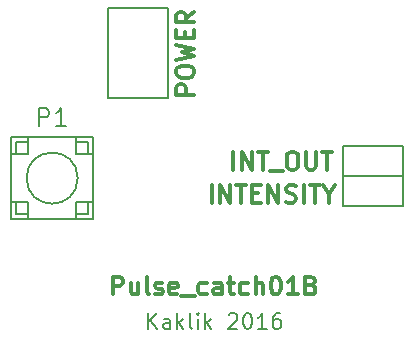
<source format=gbr>
G04 #@! TF.FileFunction,Legend,Top*
%FSLAX46Y46*%
G04 Gerber Fmt 4.6, Leading zero omitted, Abs format (unit mm)*
G04 Created by KiCad (PCBNEW 201609251018+7233~55~ubuntu16.04.1-) date Thu Sep 29 16:16:28 2016*
%MOMM*%
%LPD*%
G01*
G04 APERTURE LIST*
%ADD10C,0.100000*%
%ADD11C,0.200000*%
%ADD12C,0.300000*%
%ADD13C,0.150000*%
G04 APERTURE END LIST*
D10*
D11*
X101230019Y-94669695D02*
X101230019Y-93369695D01*
X101972876Y-94669695D02*
X101415733Y-93926838D01*
X101972876Y-93369695D02*
X101230019Y-94112552D01*
X103087161Y-94669695D02*
X103087161Y-93988742D01*
X103025257Y-93864933D01*
X102901447Y-93803028D01*
X102653828Y-93803028D01*
X102530019Y-93864933D01*
X103087161Y-94607790D02*
X102963352Y-94669695D01*
X102653828Y-94669695D01*
X102530019Y-94607790D01*
X102468114Y-94483980D01*
X102468114Y-94360171D01*
X102530019Y-94236361D01*
X102653828Y-94174457D01*
X102963352Y-94174457D01*
X103087161Y-94112552D01*
X103706209Y-94669695D02*
X103706209Y-93369695D01*
X103830019Y-94174457D02*
X104201447Y-94669695D01*
X104201447Y-93803028D02*
X103706209Y-94298266D01*
X104944304Y-94669695D02*
X104820495Y-94607790D01*
X104758590Y-94483980D01*
X104758590Y-93369695D01*
X105439542Y-94669695D02*
X105439542Y-93803028D01*
X105439542Y-93369695D02*
X105377638Y-93431600D01*
X105439542Y-93493504D01*
X105501447Y-93431600D01*
X105439542Y-93369695D01*
X105439542Y-93493504D01*
X106058590Y-94669695D02*
X106058590Y-93369695D01*
X106182400Y-94174457D02*
X106553828Y-94669695D01*
X106553828Y-93803028D02*
X106058590Y-94298266D01*
X108039542Y-93493504D02*
X108101447Y-93431600D01*
X108225257Y-93369695D01*
X108534780Y-93369695D01*
X108658590Y-93431600D01*
X108720495Y-93493504D01*
X108782400Y-93617314D01*
X108782400Y-93741123D01*
X108720495Y-93926838D01*
X107977638Y-94669695D01*
X108782400Y-94669695D01*
X109587161Y-93369695D02*
X109710971Y-93369695D01*
X109834780Y-93431600D01*
X109896685Y-93493504D01*
X109958590Y-93617314D01*
X110020495Y-93864933D01*
X110020495Y-94174457D01*
X109958590Y-94422076D01*
X109896685Y-94545885D01*
X109834780Y-94607790D01*
X109710971Y-94669695D01*
X109587161Y-94669695D01*
X109463352Y-94607790D01*
X109401447Y-94545885D01*
X109339542Y-94422076D01*
X109277638Y-94174457D01*
X109277638Y-93864933D01*
X109339542Y-93617314D01*
X109401447Y-93493504D01*
X109463352Y-93431600D01*
X109587161Y-93369695D01*
X111258590Y-94669695D02*
X110515733Y-94669695D01*
X110887161Y-94669695D02*
X110887161Y-93369695D01*
X110763352Y-93555409D01*
X110639542Y-93679219D01*
X110515733Y-93741123D01*
X112372876Y-93369695D02*
X112125257Y-93369695D01*
X112001447Y-93431600D01*
X111939542Y-93493504D01*
X111815733Y-93679219D01*
X111753828Y-93926838D01*
X111753828Y-94422076D01*
X111815733Y-94545885D01*
X111877638Y-94607790D01*
X112001447Y-94669695D01*
X112249066Y-94669695D01*
X112372876Y-94607790D01*
X112434780Y-94545885D01*
X112496685Y-94422076D01*
X112496685Y-94112552D01*
X112434780Y-93988742D01*
X112372876Y-93926838D01*
X112249066Y-93864933D01*
X112001447Y-93864933D01*
X111877638Y-93926838D01*
X111815733Y-93988742D01*
X111753828Y-94112552D01*
D12*
X98245885Y-91762971D02*
X98245885Y-90262971D01*
X98817314Y-90262971D01*
X98960171Y-90334400D01*
X99031600Y-90405828D01*
X99103028Y-90548685D01*
X99103028Y-90762971D01*
X99031600Y-90905828D01*
X98960171Y-90977257D01*
X98817314Y-91048685D01*
X98245885Y-91048685D01*
X100388742Y-90762971D02*
X100388742Y-91762971D01*
X99745885Y-90762971D02*
X99745885Y-91548685D01*
X99817314Y-91691542D01*
X99960171Y-91762971D01*
X100174457Y-91762971D01*
X100317314Y-91691542D01*
X100388742Y-91620114D01*
X101317314Y-91762971D02*
X101174457Y-91691542D01*
X101103028Y-91548685D01*
X101103028Y-90262971D01*
X101817314Y-91691542D02*
X101960171Y-91762971D01*
X102245885Y-91762971D01*
X102388742Y-91691542D01*
X102460171Y-91548685D01*
X102460171Y-91477257D01*
X102388742Y-91334400D01*
X102245885Y-91262971D01*
X102031600Y-91262971D01*
X101888742Y-91191542D01*
X101817314Y-91048685D01*
X101817314Y-90977257D01*
X101888742Y-90834400D01*
X102031600Y-90762971D01*
X102245885Y-90762971D01*
X102388742Y-90834400D01*
X103674457Y-91691542D02*
X103531600Y-91762971D01*
X103245885Y-91762971D01*
X103103028Y-91691542D01*
X103031600Y-91548685D01*
X103031600Y-90977257D01*
X103103028Y-90834400D01*
X103245885Y-90762971D01*
X103531600Y-90762971D01*
X103674457Y-90834400D01*
X103745885Y-90977257D01*
X103745885Y-91120114D01*
X103031600Y-91262971D01*
X104031600Y-91905828D02*
X105174457Y-91905828D01*
X106174457Y-91691542D02*
X106031600Y-91762971D01*
X105745885Y-91762971D01*
X105603028Y-91691542D01*
X105531600Y-91620114D01*
X105460171Y-91477257D01*
X105460171Y-91048685D01*
X105531600Y-90905828D01*
X105603028Y-90834400D01*
X105745885Y-90762971D01*
X106031600Y-90762971D01*
X106174457Y-90834400D01*
X107460171Y-91762971D02*
X107460171Y-90977257D01*
X107388742Y-90834400D01*
X107245885Y-90762971D01*
X106960171Y-90762971D01*
X106817314Y-90834400D01*
X107460171Y-91691542D02*
X107317314Y-91762971D01*
X106960171Y-91762971D01*
X106817314Y-91691542D01*
X106745885Y-91548685D01*
X106745885Y-91405828D01*
X106817314Y-91262971D01*
X106960171Y-91191542D01*
X107317314Y-91191542D01*
X107460171Y-91120114D01*
X107960171Y-90762971D02*
X108531600Y-90762971D01*
X108174457Y-90262971D02*
X108174457Y-91548685D01*
X108245885Y-91691542D01*
X108388742Y-91762971D01*
X108531600Y-91762971D01*
X109674457Y-91691542D02*
X109531599Y-91762971D01*
X109245885Y-91762971D01*
X109103028Y-91691542D01*
X109031599Y-91620114D01*
X108960171Y-91477257D01*
X108960171Y-91048685D01*
X109031599Y-90905828D01*
X109103028Y-90834400D01*
X109245885Y-90762971D01*
X109531599Y-90762971D01*
X109674457Y-90834400D01*
X110317314Y-91762971D02*
X110317314Y-90262971D01*
X110960171Y-91762971D02*
X110960171Y-90977257D01*
X110888742Y-90834400D01*
X110745885Y-90762971D01*
X110531599Y-90762971D01*
X110388742Y-90834400D01*
X110317314Y-90905828D01*
X111960171Y-90262971D02*
X112103028Y-90262971D01*
X112245885Y-90334400D01*
X112317314Y-90405828D01*
X112388742Y-90548685D01*
X112460171Y-90834400D01*
X112460171Y-91191542D01*
X112388742Y-91477257D01*
X112317314Y-91620114D01*
X112245885Y-91691542D01*
X112103028Y-91762971D01*
X111960171Y-91762971D01*
X111817314Y-91691542D01*
X111745885Y-91620114D01*
X111674457Y-91477257D01*
X111603028Y-91191542D01*
X111603028Y-90834400D01*
X111674457Y-90548685D01*
X111745885Y-90405828D01*
X111817314Y-90334400D01*
X111960171Y-90262971D01*
X113888742Y-91762971D02*
X113031599Y-91762971D01*
X113460171Y-91762971D02*
X113460171Y-90262971D01*
X113317314Y-90477257D01*
X113174457Y-90620114D01*
X113031599Y-90691542D01*
X115031600Y-90977257D02*
X115245885Y-91048685D01*
X115317314Y-91120114D01*
X115388742Y-91262971D01*
X115388742Y-91477257D01*
X115317314Y-91620114D01*
X115245885Y-91691542D01*
X115103028Y-91762971D01*
X114531599Y-91762971D01*
X114531599Y-90262971D01*
X115031600Y-90262971D01*
X115174457Y-90334400D01*
X115245885Y-90405828D01*
X115317314Y-90548685D01*
X115317314Y-90691542D01*
X115245885Y-90834400D01*
X115174457Y-90905828D01*
X115031600Y-90977257D01*
X114531599Y-90977257D01*
X108450571Y-81196571D02*
X108450571Y-79696571D01*
X109164857Y-81196571D02*
X109164857Y-79696571D01*
X110022000Y-81196571D01*
X110022000Y-79696571D01*
X110522000Y-79696571D02*
X111379142Y-79696571D01*
X110950571Y-81196571D02*
X110950571Y-79696571D01*
X111522000Y-81339428D02*
X112664857Y-81339428D01*
X113307714Y-79696571D02*
X113593428Y-79696571D01*
X113736285Y-79768000D01*
X113879142Y-79910857D01*
X113950571Y-80196571D01*
X113950571Y-80696571D01*
X113879142Y-80982285D01*
X113736285Y-81125142D01*
X113593428Y-81196571D01*
X113307714Y-81196571D01*
X113164857Y-81125142D01*
X113022000Y-80982285D01*
X112950571Y-80696571D01*
X112950571Y-80196571D01*
X113022000Y-79910857D01*
X113164857Y-79768000D01*
X113307714Y-79696571D01*
X114593428Y-79696571D02*
X114593428Y-80910857D01*
X114664857Y-81053714D01*
X114736285Y-81125142D01*
X114879142Y-81196571D01*
X115164857Y-81196571D01*
X115307714Y-81125142D01*
X115379142Y-81053714D01*
X115450571Y-80910857D01*
X115450571Y-79696571D01*
X115950571Y-79696571D02*
X116807714Y-79696571D01*
X116379142Y-81196571D02*
X116379142Y-79696571D01*
X106602057Y-83990571D02*
X106602057Y-82490571D01*
X107316342Y-83990571D02*
X107316342Y-82490571D01*
X108173485Y-83990571D01*
X108173485Y-82490571D01*
X108673485Y-82490571D02*
X109530628Y-82490571D01*
X109102057Y-83990571D02*
X109102057Y-82490571D01*
X110030628Y-83204857D02*
X110530628Y-83204857D01*
X110744914Y-83990571D02*
X110030628Y-83990571D01*
X110030628Y-82490571D01*
X110744914Y-82490571D01*
X111387771Y-83990571D02*
X111387771Y-82490571D01*
X112244914Y-83990571D01*
X112244914Y-82490571D01*
X112887771Y-83919142D02*
X113102057Y-83990571D01*
X113459200Y-83990571D01*
X113602057Y-83919142D01*
X113673485Y-83847714D01*
X113744914Y-83704857D01*
X113744914Y-83562000D01*
X113673485Y-83419142D01*
X113602057Y-83347714D01*
X113459200Y-83276285D01*
X113173485Y-83204857D01*
X113030628Y-83133428D01*
X112959200Y-83062000D01*
X112887771Y-82919142D01*
X112887771Y-82776285D01*
X112959200Y-82633428D01*
X113030628Y-82562000D01*
X113173485Y-82490571D01*
X113530628Y-82490571D01*
X113744914Y-82562000D01*
X114387771Y-83990571D02*
X114387771Y-82490571D01*
X114887771Y-82490571D02*
X115744914Y-82490571D01*
X115316342Y-83990571D02*
X115316342Y-82490571D01*
X116530628Y-83276285D02*
X116530628Y-83990571D01*
X116030628Y-82490571D02*
X116530628Y-83276285D01*
X117030628Y-82490571D01*
X105123371Y-74838285D02*
X103623371Y-74838285D01*
X103623371Y-74266857D01*
X103694800Y-74124000D01*
X103766228Y-74052571D01*
X103909085Y-73981142D01*
X104123371Y-73981142D01*
X104266228Y-74052571D01*
X104337657Y-74124000D01*
X104409085Y-74266857D01*
X104409085Y-74838285D01*
X103623371Y-73052571D02*
X103623371Y-72766857D01*
X103694800Y-72624000D01*
X103837657Y-72481142D01*
X104123371Y-72409714D01*
X104623371Y-72409714D01*
X104909085Y-72481142D01*
X105051942Y-72624000D01*
X105123371Y-72766857D01*
X105123371Y-73052571D01*
X105051942Y-73195428D01*
X104909085Y-73338285D01*
X104623371Y-73409714D01*
X104123371Y-73409714D01*
X103837657Y-73338285D01*
X103694800Y-73195428D01*
X103623371Y-73052571D01*
X103623371Y-71909714D02*
X105123371Y-71552571D01*
X104051942Y-71266857D01*
X105123371Y-70981142D01*
X103623371Y-70624000D01*
X104337657Y-70052571D02*
X104337657Y-69552571D01*
X105123371Y-69338285D02*
X105123371Y-70052571D01*
X103623371Y-70052571D01*
X103623371Y-69338285D01*
X105123371Y-67838285D02*
X104409085Y-68338285D01*
X105123371Y-68695428D02*
X103623371Y-68695428D01*
X103623371Y-68124000D01*
X103694800Y-67981142D01*
X103766228Y-67909714D01*
X103909085Y-67838285D01*
X104123371Y-67838285D01*
X104266228Y-67909714D01*
X104337657Y-67981142D01*
X104409085Y-68124000D01*
X104409085Y-68695428D01*
D13*
X102895400Y-75158600D02*
X97815400Y-75158600D01*
X97815400Y-75158600D02*
X97815400Y-67538600D01*
X97815400Y-67538600D02*
X102895400Y-67538600D01*
X102895400Y-67538600D02*
X102895400Y-75158600D01*
X117729000Y-84277200D02*
X117729000Y-81737200D01*
X117729000Y-81737200D02*
X122809000Y-81737200D01*
X122809000Y-81737200D02*
X122809000Y-84277200D01*
X122809000Y-84277200D02*
X117729000Y-84277200D01*
X117729000Y-81737200D02*
X117729000Y-79197200D01*
X117729000Y-79197200D02*
X122809000Y-79197200D01*
X122809000Y-79197200D02*
X122809000Y-81737200D01*
X122809000Y-81737200D02*
X117729000Y-81737200D01*
X95253799Y-81915000D02*
G75*
G03X95253799Y-81915000I-2162799J0D01*
G01*
X95121000Y-84965000D02*
X96141000Y-84965000D01*
X96141000Y-84965000D02*
X96141000Y-83945000D01*
X91061000Y-84965000D02*
X90041000Y-84965000D01*
X90041000Y-84965000D02*
X90041000Y-83945000D01*
X91061000Y-78865000D02*
X90041000Y-78865000D01*
X90041000Y-78865000D02*
X90041000Y-79885000D01*
X96141000Y-78865000D02*
X96141000Y-79885000D01*
X96141000Y-78865000D02*
X95121000Y-78865000D01*
X95121000Y-85415000D02*
X95121000Y-83945000D01*
X95121000Y-83945000D02*
X96591000Y-83945000D01*
X91061000Y-83945000D02*
X91061000Y-85415000D01*
X89591000Y-83945000D02*
X91061000Y-83945000D01*
X95121000Y-78415000D02*
X95121000Y-79885000D01*
X95121000Y-79885000D02*
X96591000Y-79885000D01*
X91061000Y-78415000D02*
X91061000Y-79885000D01*
X91061000Y-79885000D02*
X89591000Y-79885000D01*
X89591000Y-85415000D02*
X96591000Y-85415000D01*
X96591000Y-85415000D02*
X96591000Y-78415000D01*
X96591000Y-78415000D02*
X89591000Y-78415000D01*
X89591000Y-78415000D02*
X89591000Y-85415000D01*
X91983857Y-77493571D02*
X91983857Y-75993571D01*
X92555285Y-75993571D01*
X92698142Y-76065000D01*
X92769571Y-76136428D01*
X92841000Y-76279285D01*
X92841000Y-76493571D01*
X92769571Y-76636428D01*
X92698142Y-76707857D01*
X92555285Y-76779285D01*
X91983857Y-76779285D01*
X94269571Y-77493571D02*
X93412428Y-77493571D01*
X93841000Y-77493571D02*
X93841000Y-75993571D01*
X93698142Y-76207857D01*
X93555285Y-76350714D01*
X93412428Y-76422142D01*
M02*

</source>
